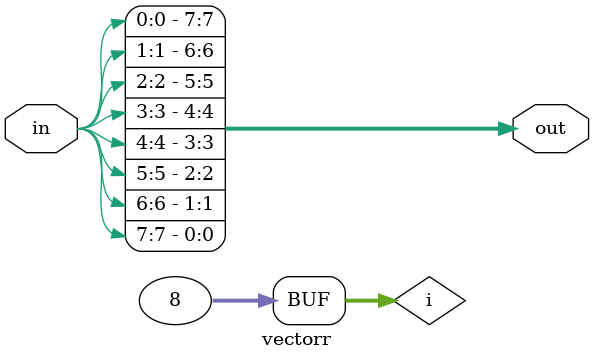
<source format=v>
module vectorr( 
    input [7:0] in,
    output [7:0] out
);
integer i;
always @(*) begin	
     for (i=0; i<8; i++)	//Use integer for pure Verilog.
	     out[i] = in[8-i-1];
end
endmodule

</source>
